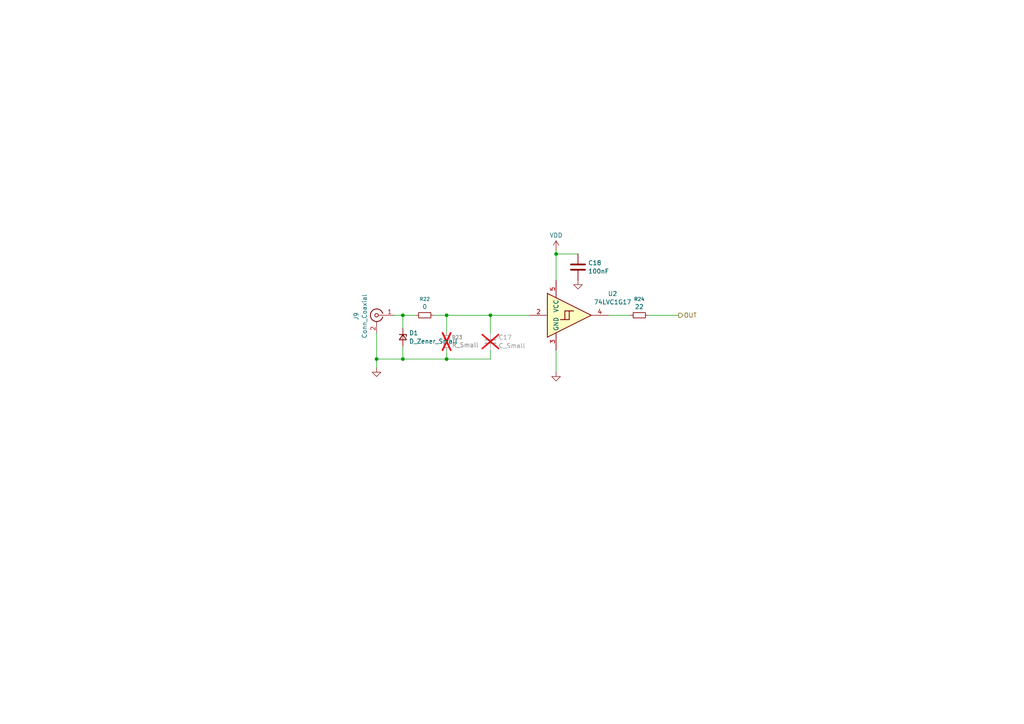
<source format=kicad_sch>
(kicad_sch (version 20250114) (generator "eeschema") (generator_version "9.0")
  (paper "A4")
  (lib_symbols
    (symbol "74xGxx:74LVC1G17"
      (property "Reference" "U" (at 0 3.81 0))
      (property "Value" "74LVC1G17" (at 0 -3.81 0))
      (symbol "74LVC1G17_0_1"
        (polyline (pts (xy -7.62 6.35) (xy -7.62 -6.35) (xy 5.08 0) (xy -7.62 6.35)) (stroke (width 0.254)) (fill (type background)))
        (polyline (pts (xy -3.81 -1.27) (xy -2.54 -1.27) (xy -2.54 1.27) (xy -1.27 1.27)) (stroke (width 0.254)) (fill (type background)))
        (polyline (pts (xy -2.54 -1.27) (xy -1.27 -1.27) (xy -1.27 1.27) (xy 0 1.27)) (stroke (width 0.254)) (fill (type background)))
      )
      (symbol "74LVC1G17_1_1"
        (pin input line (at -12.7 0 0) (length 5.08) (name "~") (number "2"))
        (pin no_connect line (at -7.62 5.08 180) (length 5.08) (hide yes) (name "NC") (number "1"))
        (pin power_in line (at -5.08 10.16 270) (length 5.08) (name "VCC") (number "5"))
        (pin power_in line (at -5.08 -10.16 90) (length 5.08) (name "GND") (number "3"))
        (pin output line (at 10.16 0 180) (length 5.08) (name "~") (number "4"))
      )
    )
    (symbol "Connector:Conn_Coaxial" (pin_names (offset 1.016) (hide yes))
      (property "Reference" "J" (at 0.254 3.048 0))
      (property "Value" "Conn_Coaxial" (at 2.921 0 90))
      (symbol "Conn_Coaxial_0_1"
        (polyline (pts (xy -2.54 0) (xy -0.508 0)))
        (arc (start 1.778 0) (mid 0.222 -1.8079) (end -1.778 -0.508) (stroke (width 0.254)))
        (arc (start -1.778 0.508) (mid 0.2221 1.8084) (end 1.778 0) (stroke (width 0.254)))
        (circle (center 0 0) (radius 0.508) (stroke (width 0.2032)))
        (polyline (pts (xy 0 -2.54) (xy 0 -1.778)))
      )
      (symbol "Conn_Coaxial_1_1"
        (pin passive line (at -5.08 0 0) (length 2.54) (name "In") (number "1"))
        (pin passive line (at 0 -5.08 90) (length 2.54) (name "Ext") (number "2"))
      )
    )
    (symbol "Device:C" (pin_numbers (hide yes)) (pin_names (offset 0.254))
      (property "Reference" "C" (at 0.635 2.54 0))
      (property "Value" "C" (at 0.635 -2.54 0))
      (symbol "C_0_1"
        (polyline (pts (xy -2.032 0.762) (xy 2.032 0.762)) (stroke (width 0.508)))
        (polyline (pts (xy -2.032 -0.762) (xy 2.032 -0.762)) (stroke (width 0.508)))
      )
      (symbol "C_1_1"
        (pin passive line (at 0 3.81 270) (length 2.794) (name "~") (number "1"))
        (pin passive line (at 0 -3.81 90) (length 2.794) (name "~") (number "2"))
      )
    )
    (symbol "Device:C_Small" (pin_numbers (hide yes)) (pin_names (offset 0.254) (hide yes))
      (property "Reference" "C" (at 0.254 1.778 0))
      (property "Value" "C_Small" (at 0.254 -2.032 0))
      (symbol "C_Small_0_1"
        (polyline (pts (xy -1.524 0.508) (xy 1.524 0.508)) (stroke (width 0.3048)))
        (polyline (pts (xy -1.524 -0.508) (xy 1.524 -0.508)) (stroke (width 0.3302)))
      )
      (symbol "C_Small_1_1"
        (pin passive line (at 0 2.54 270) (length 2.032) (name "~") (number "1"))
        (pin passive line (at 0 -2.54 90) (length 2.032) (name "~") (number "2"))
      )
    )
    (symbol "Device:D_Zener_Small" (pin_numbers (hide yes)) (pin_names (offset 0.254) (hide yes))
      (property "Reference" "D" (at 0 2.286 0))
      (property "Value" "D_Zener_Small" (at 0 -2.286 0))
      (symbol "D_Zener_Small_0_1"
        (polyline (pts (xy -0.254 1.016) (xy -0.762 1.016) (xy -0.762 -1.016)) (stroke (width 0.254)))
        (polyline (pts (xy 0.762 1.016) (xy -0.762 0) (xy 0.762 -1.016) (xy 0.762 1.016)) (stroke (width 0.254)))
        (polyline (pts (xy 0.762 0) (xy -0.762 0)))
      )
      (symbol "D_Zener_Small_1_1"
        (pin passive line (at -2.54 0 0) (length 1.778) (name "K") (number "1"))
        (pin passive line (at 2.54 0 180) (length 1.778) (name "A") (number "2"))
      )
    )
    (symbol "Device:R_Small" (pin_numbers (hide yes)) (pin_names (offset 0.254) (hide yes))
      (property "Reference" "R" (at 0 0 90))
      (property "Value" "R_Small" (at 1.778 0 90))
      (symbol "R_Small_0_1"
        (rectangle (start -0.762 1.778) (end 0.762 -1.778) (stroke (width 0.2032)))
      )
      (symbol "R_Small_1_1"
        (pin passive line (at 0 2.54 270) (length 0.762) (name "~") (number "1"))
        (pin passive line (at 0 -2.54 90) (length 0.762) (name "~") (number "2"))
      )
    )
    (symbol "power:GND" (power) (pin_numbers (hide yes)) (pin_names (offset 0) (hide yes))
      (property "Value" "GND" (at 0 -3.81 0))
      (symbol "GND_0_1"
        (polyline (pts (xy 0 0) (xy 0 -1.27) (xy 1.27 -1.27) (xy 0 -2.54) (xy -1.27 -1.27) (xy 0 -1.27)))
      )
      (symbol "GND_1_1"
        (pin power_in line (at 0 0 270) (length 0) (name "~") (number "1"))
      )
    )
    (symbol "power:VDD" (power) (pin_numbers (hide yes)) (pin_names (offset 0) (hide yes))
      (property "Value" "VDD" (at 0 3.556 0))
      (symbol "VDD_0_1"
        (polyline (pts (xy -0.762 1.27) (xy 0 2.54)))
        (polyline (pts (xy 0 2.54) (xy 0.762 1.27)))
        (polyline (pts (xy 0 0) (xy 0 2.54)))
      )
      (symbol "VDD_1_1"
        (pin power_in line (at 0 0 90) (length 0) (name "~") (number "1"))
      )
    )
  )
  (junction (at 116.84 104.14))
  (junction (at 129.54 104.14))
  (junction (at 109.22 104.14))
  (junction (at 142.24 91.44))
  (junction (at 161.29 73.66))
  (junction (at 129.54 91.44))
  (junction (at 116.84 91.44))
  (wire (pts (xy 129.54 104.14) (xy 116.84 104.14)))
  (wire (pts (xy 116.84 91.44) (xy 116.84 95.25)))
  (wire (pts (xy 142.24 101.6) (xy 142.24 104.14)))
  (wire (pts (xy 161.29 72.39) (xy 161.29 73.66)))
  (wire (pts (xy 109.22 106.68) (xy 109.22 104.14)))
  (wire (pts (xy 116.84 91.44) (xy 120.65 91.44)))
  (wire (pts (xy 176.53 91.44) (xy 182.88 91.44)))
  (wire (pts (xy 116.84 100.33) (xy 116.84 104.14)))
  (wire (pts (xy 129.54 101.6) (xy 129.54 104.14)))
  (wire (pts (xy 142.24 104.14) (xy 129.54 104.14)))
  (wire (pts (xy 116.84 104.14) (xy 109.22 104.14)))
  (wire (pts (xy 142.24 91.44) (xy 153.67 91.44)))
  (wire (pts (xy 161.29 101.6) (xy 161.29 107.95)))
  (wire (pts (xy 129.54 91.44) (xy 129.54 96.52)))
  (wire (pts (xy 161.29 73.66) (xy 161.29 81.28)))
  (wire (pts (xy 114.3 91.44) (xy 116.84 91.44)))
  (wire (pts (xy 129.54 91.44) (xy 142.24 91.44)))
  (wire (pts (xy 125.73 91.44) (xy 129.54 91.44)))
  (wire (pts (xy 142.24 91.44) (xy 142.24 96.52)))
  (wire (pts (xy 161.29 73.66) (xy 167.64 73.66)))
  (wire (pts (xy 187.96 91.44) (xy 196.85 91.44)))
  (wire (pts (xy 109.22 104.14) (xy 109.22 96.52)))
  (hierarchical_label "OUT" (shape output) (at 196.85 91.44 0))
  (symbol (lib_id "power:GND") (at 167.64 81.28 0) (unit 1)
    (property "Reference" "#PWR037" (effects (hide yes)))
    (property "Value" "GND" (effects (hide yes)))
    (property "Description" "Power symbol creates a global label with name \"GND\" , ground" (effects (hide yes)))
    (instances (project "pcm3168a_euro1" (path "" (reference "#PWR037") (unit 1)) (path "" (reference "#PWR059") (unit 1))))
  )
  (symbol (lib_id "Device:C") (at 167.64 77.47 0) (unit 1)
    (property "Reference" "C18" (at 170.561 76.2578 0) (effects (justify left)))
    (property "Value" "100nF" (at 170.561 78.6821 0) (effects (justify left)))
    (property "Footprint" "Capacitor_SMD:C_0603_1608Metric" (effects (hide yes)))
    (property "Description" "Unpolarized capacitor" (effects (hide yes)))
    (instances (project "pcm3168a_euro1" (path "" (reference "C18") (unit 1)) (path "" (reference "C22") (unit 1))))
  )
  (symbol (lib_id "Device:C_Small") (at 142.24 99.06 0) (unit 1) (dnp yes)
    (property "Reference" "C17" (at 144.5641 97.8541 0) (effects (justify left)))
    (property "Value" "C_Small" (at 144.5641 100.2784 0) (effects (justify left)))
    (property "Footprint" "Capacitor_SMD:C_0603_1608Metric" (effects (hide yes)))
    (property "Description" "Unpolarized capacitor, small symbol" (effects (hide yes)))
    (instances (project "pcm3168a_euro1" (path "" (reference "C17") (unit 1)) (path "" (reference "C21") (unit 1))))
  )
  (symbol (lib_id "Connector:Conn_Coaxial") (at 109.22 91.44 0) (mirror y) (unit 1)
    (property "Reference" "J9" (at 103.2974 91.7332 90))
    (property "Value" "Conn_Coaxial" (at 105.7217 91.7332 90))
    (property "Footprint" "Connector_Coaxial:SMA_Amphenol_901-144_Vertical" (effects (hide yes)))
    (property "Description" "coaxial connector (BNC, SMA, SMB, SMC, Cinch/RCA, LEMO, ...)" (effects (hide yes)))
    (instances (project "pcm3168a_euro1" (path "" (reference "J9") (unit 1)) (path "" (reference "J11") (unit 1))))
  )
  (symbol (lib_id "Device:R_Small") (at 129.54 99.06 180) (unit 1) (dnp yes)
    (property "Reference" "R23" (at 131.0386 97.8478 0) (effects (font (size 1.016 1.016)) (justify right)))
    (property "Value" "R_Small" (at 131.0386 100.0677 0) (effects (justify right)))
    (property "Footprint" "Resistor_SMD:R_0603_1608Metric" (effects (hide yes)))
    (property "Description" "Resistor, small symbol" (effects (hide yes)))
    (instances (project "pcm3168a_euro1" (path "" (reference "R23") (unit 1)) (path "" (reference "R29") (unit 1))))
  )
  (symbol (lib_id "Device:R_Small") (at 123.19 91.44 90) (unit 1)
    (property "Reference" "R22" (at 123.19 86.7633 90) (effects (font (size 1.016 1.016))))
    (property "Value" "0" (at 123.19 88.9832 90))
    (property "Footprint" "Resistor_SMD:R_0603_1608Metric" (effects (hide yes)))
    (property "Description" "Resistor, small symbol" (effects (hide yes)))
    (instances (project "pcm3168a_euro1" (path "" (reference "R22") (unit 1)) (path "" (reference "R28") (unit 1))))
  )
  (symbol (lib_id "74xGxx:74LVC1G17") (at 166.37 91.44 0) (unit 1)
    (property "Reference" "U2" (at 177.6753 85.1934 0))
    (property "Value" "74LVC1G17" (at 177.6753 87.6177 0))
    (property "Footprint" "Package_TO_SOT_SMD:SOT-23-5" (effects (hide yes)))
    (property "Datasheet" "https://www.ti.com/lit/ds/symlink/sn74lvc1g17.pdf" (effects (hide yes)))
    (property "Description" "Single Schmitt Buffer Gate, Low-Voltage CMOS" (effects (hide yes)))
    (instances (project "pcm3168a_euro1" (path "" (reference "U2") (unit 1)) (path "" (reference "U4") (unit 1))))
  )
  (symbol (lib_id "power:VDD") (at 161.29 72.39 0) (unit 1)
    (property "Reference" "#PWR035" (effects (hide yes)))
    (property "Value" "VDD" (at 161.29 68.2569 0))
    (property "Description" "Power symbol creates a global label with name \"VDD\"" (effects (hide yes)))
    (instances (project "pcm3168a_euro1" (path "" (reference "#PWR035") (unit 1)) (path "" (reference "#PWR057") (unit 1))))
  )
  (symbol (lib_id "power:GND") (at 109.22 106.68 0) (unit 1)
    (property "Reference" "#PWR034" (effects (hide yes)))
    (property "Value" "GND" (effects (hide yes)))
    (property "Description" "Power symbol creates a global label with name \"GND\" , ground" (effects (hide yes)))
    (instances (project "pcm3168a_euro1" (path "" (reference "#PWR034") (unit 1)) (path "" (reference "#PWR056") (unit 1))))
  )
  (symbol (lib_id "power:GND") (at 161.29 107.95 0) (unit 1)
    (property "Reference" "#PWR036" (effects (hide yes)))
    (property "Value" "GND" (effects (hide yes)))
    (property "Description" "Power symbol creates a global label with name \"GND\" , ground" (effects (hide yes)))
    (instances (project "pcm3168a_euro1" (path "" (reference "#PWR036") (unit 1)) (path "" (reference "#PWR058") (unit 1))))
  )
  (symbol (lib_id "Device:R_Small") (at 185.42 91.44 90) (unit 1)
    (property "Reference" "R24" (at 185.42 86.7633 90) (effects (font (size 1.016 1.016))))
    (property "Value" "22" (at 185.42 88.9832 90))
    (property "Footprint" "Resistor_SMD:R_0603_1608Metric" (effects (hide yes)))
    (property "Description" "Resistor, small symbol" (effects (hide yes)))
    (instances (project "pcm3168a_euro1" (path "" (reference "R24") (unit 1)) (path "" (reference "R30") (unit 1))))
  )
  (symbol (lib_id "Device:D_Zener_Small") (at 116.84 97.79 270) (unit 1)
    (property "Reference" "D1" (at 118.618 96.5778 90) (effects (justify left)))
    (property "Value" "D_Zener_Small" (at 118.618 99.0021 90) (effects (justify left)))
    (property "Footprint" "Diode_SMD:D_SOD-123F" (effects (hide yes)))
    (property "Description" "Zener diode, small symbol" (effects (hide yes)))
    (instances (project "pcm3168a_euro1" (path "" (reference "D1") (unit 1)) (path "" (reference "D2") (unit 1))))
  )
)
</source>
